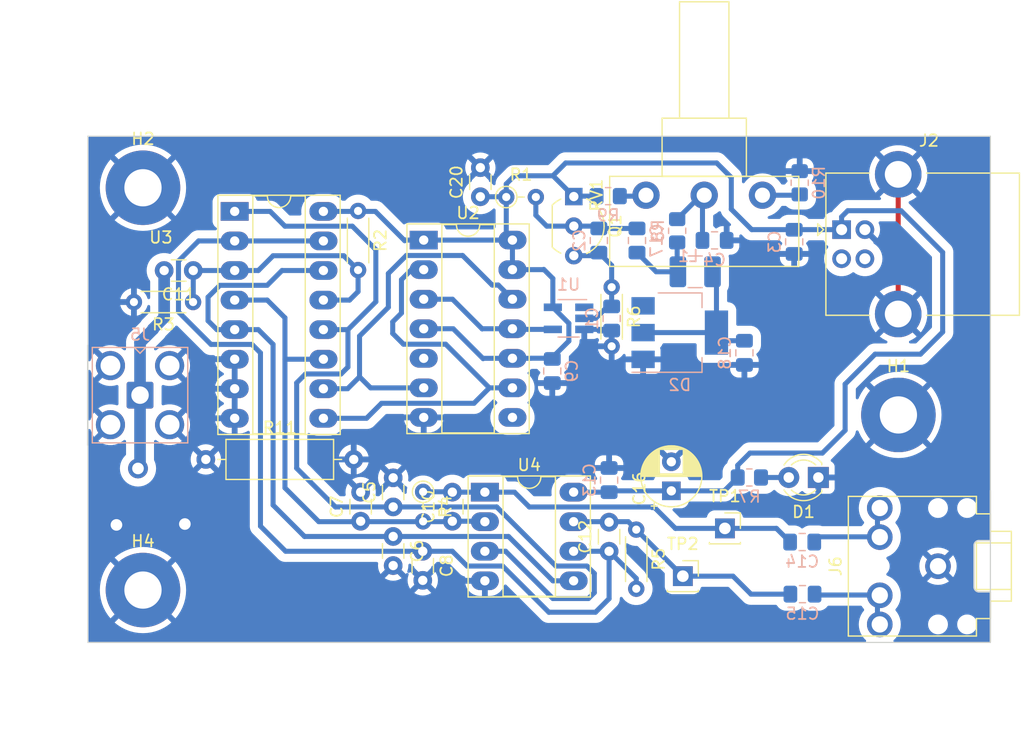
<source format=kicad_pcb>
(kicad_pcb (version 20221018) (generator pcbnew)
  (title_block (title "ZetaSDR") (date "2023-07-25") (company "HA3PB"))
  (layers (0 "F.Cu" signal) (31 "B.Cu" signal) (34 "B.Paste" user) (35 "F.Paste" user) (36 "B.SilkS" user "B.Silkscreen") (37 "F.SilkS" user "F.Silkscreen") (38 "B.Mask" user) (39 "F.Mask" user) (44 "Edge.Cuts" user))
  (net 0 "")
  (net 1 "VCC")
  (net 2 "GND")
  (net 3 "Net-(U3-X0)")
  (net 4 "Net-(U3-X1)")
  (net 5 "Net-(U3-X3)")
  (net 6 "Net-(U3-X2)")
  (net 7 "Net-(U3-X)")
  (net 8 "Net-(C14-Pad2)")
  (net 9 "Net-(C10-Pad2)")
  (net 10 "Net-(C15-Pad2)")
  (net 11 "Net-(C12-Pad2)")
  (net 12 "Net-(Q1-E)")
  (net 13 "Net-(Q1-B)")
  (net 14 "Net-(C17-Pad1)")
  (net 15 "Net-(U2A-D)")
  (net 16 "Net-(D2-K)")
  (net 17 "Net-(J5-In)")
  (net 20 "Net-(C4-Pad1)")
  (net 21 "Net-(D1-A)")
  (net 22 "Net-(U2A-C)")
  (net 23 "Net-(R9-Pad2)")
  (net 24 "Net-(R10-Pad1)")
  (net 26 "Net-(U2A-~{Q})")
  (footprint "Capacitor_THT:C_Disc_D3.0mm_W1.6mm_P2.50mm" (layer "F.Cu") (at 116.2 89.2 90)
    (fp_text reference "C20" (at 1.25 -2.05 90) (layer "F.SilkS"))
    (fp_text value "100n")
    (pad "1" thru_hole circle (at 0 0 90) (size 1.6 1.6) (drill 0.8) (layers "*.Cu" "*.Mask") (net 1 "VCC"))
    (pad "2" thru_hole circle (at 2.5 0 90) (size 1.6 1.6) (drill 0.8) (layers "*.Cu" "*.Mask") (net 2 "GND"))
  )
  (footprint "Resistor_THT:R_Axial_DIN0204_L3.6mm_D1.6mm_P5.08mm_Horizontal" (layer "F.Cu") (at 127.475 96.975 -90)
    (fp_text reference "R6" (at 2.54 -1.92 90) (layer "F.SilkS"))
    (fp_text value "380")
    (pad "1" thru_hole circle (at 0 0 270) (size 1.4 1.4) (drill 0.7) (layers "*.Cu" "*.Mask") (net 12 "Net-(Q1-E)"))
    (pad "2" thru_hole oval (at 5.08 0 270) (size 1.4 1.4) (drill 0.7) (layers "*.Cu" "*.Mask") (net 2 "GND"))
  )
  (footprint "Package_DIP:DIP-16_W7.62mm_Socket_LongPads" (layer "F.Cu") (at 95.102121 90.46)
    (fp_text reference "U3" (at -6.334 2.242) (layer "F.SilkS"))
    (fp_text value "4052")
    (pad "1" thru_hole rect (at 0 0) (size 2.4 1.6) (drill 0.8) (layers "*.Cu" "*.Mask") (net 3 "Net-(U3-X0)"))
    (pad "2" thru_hole oval (at 0 2.54) (size 2.4 1.6) (drill 0.8) (layers "*.Cu" "*.Mask") (net 6 "Net-(U3-X2)"))
    (pad "3" thru_hole oval (at 0 5.08) (size 2.4 1.6) (drill 0.8) (layers "*.Cu" "*.Mask") (net 7 "Net-(U3-X)"))
    (pad "4" thru_hole oval (at 0 7.62) (size 2.4 1.6) (drill 0.8) (layers "*.Cu" "*.Mask") (net 5 "Net-(U3-X3)"))
    (pad "5" thru_hole oval (at 0 10.16) (size 2.4 1.6) (drill 0.8) (layers "*.Cu" "*.Mask") (net 4 "Net-(U3-X1)"))
    (pad "6" thru_hole oval (at 0 12.7) (size 2.4 1.6) (drill 0.8) (layers "*.Cu" "*.Mask") (net 2 "GND"))
    (pad "7" thru_hole oval (at 0 15.24) (size 2.4 1.6) (drill 0.8) (layers "*.Cu" "*.Mask") (net 2 "GND"))
    (pad "8" thru_hole oval (at 0 17.78) (size 2.4 1.6) (drill 0.8) (layers "*.Cu" "*.Mask") (net 2 "GND"))
    (pad "9" thru_hole oval (at 7.62 17.78) (size 2.4 1.6) (drill 0.8) (layers "*.Cu" "*.Mask") (net 15 "Net-(U2A-D)"))
    (pad "10" thru_hole oval (at 7.62 15.24) (size 2.4 1.6) (drill 0.8) (layers "*.Cu" "*.Mask") (net 26 "Net-(U2A-~{Q})"))
    (pad "11" thru_hole oval (at 7.62 12.7) (size 2.4 1.6) (drill 0.8) (layers "*.Cu" "*.Mask") (net 5 "Net-(U3-X3)"))
    (pad "12" thru_hole oval (at 7.62 10.16) (size 2.4 1.6) (drill 0.8) (layers "*.Cu" "*.Mask") (net 3 "Net-(U3-X0)"))
    (pad "13" thru_hole oval (at 7.62 7.62) (size 2.4 1.6) (drill 0.8) (layers "*.Cu" "*.Mask") (net 7 "Net-(U3-X)"))
    (pad "14" thru_hole oval (at 7.62 5.08) (size 2.4 1.6) (drill 0.8) (layers "*.Cu" "*.Mask") (net 4 "Net-(U3-X1)"))
    (pad "15" thru_hole oval (at 7.62 2.54) (size 2.4 1.6) (drill 0.8) (layers "*.Cu" "*.Mask") (net 6 "Net-(U3-X2)"))
    (pad "16" thru_hole oval (at 7.62 0) (size 2.4 1.6) (drill 0.8) (layers "*.Cu" "*.Mask") (net 1 "VCC"))
  )
  (footprint "Capacitor_THT:CP_Radial_D5.0mm_P2.50mm" (layer "F.Cu") (at 132.6 114.475 90)
    (fp_text reference "C16" (at 0.205113 -2.75 90) (layer "F.SilkS"))
    (fp_text value "10u")
    (pad "1" thru_hole rect (at 0 0 90) (size 1.6 1.6) (drill 0.8) (layers "*.Cu" "*.Mask") (net 1 "VCC"))
    (pad "2" thru_hole circle (at 2.5 0 90) (size 1.6 1.6) (drill 0.8) (layers "*.Cu" "*.Mask") (net 2 "GND"))
  )
  (footprint "Connector_USB:USB_B_Lumberg_2411_02_Horizontal" (layer "F.Cu") (at 147.2225 92.026)
    (fp_text reference "J2" (at 7.5 -7.65) (layer "F.SilkS"))
    (fp_text value "USB_B")
    (pad "1" thru_hole rect (at 0 0 90) (size 1.6 1.6) (drill 0.95) (layers "*.Cu" "*.Mask") (net 1 "VCC"))
    (pad "2" thru_hole circle (at 0 2.5 90) (size 1.6 1.6) (drill 0.95) (layers "*.Cu" "*.Mask"))
    (pad "3" thru_hole circle (at 2 2.5 90) (size 1.6 1.6) (drill 0.95) (layers "*.Cu" "*.Mask"))
    (pad "4" thru_hole circle (at 2 0 90) (size 1.6 1.6) (drill 0.95) (layers "*.Cu" "*.Mask") (net 2 "GND"))
    (pad "5" thru_hole circle (at 4.86 -4.75 90) (size 4 4) (drill 2.3) (layers "*.Cu" "*.Mask") (net 2 "GND"))
    (pad "5" thru_hole circle (at 4.86 7.25 90) (size 4 4) (drill 2.3) (layers "*.Cu" "*.Mask") (net 2 "GND"))
  )
  (footprint "MountingHole:MountingHole_3.2mm_M3_Pad" (layer "F.Cu") (at 87.228121 123)
    (fp_text reference "H4" (at 0 -4.2) (layer "F.SilkS"))
    (fp_text value "MountingHole_Pad")
    (pad "1" thru_hole circle (at 0 0) (size 6.4 6.4) (drill 3.2) (layers "*.Cu" "*.Mask") (net 2 "GND"))
  )
  (footprint "Package_TO_SOT_THT:TO-92_Inline_Wide" (layer "F.Cu") (at 124.225 89.185 -90)
    (fp_text reference "Q1" (at 2.54 -3.56 -90) (layer "F.SilkS"))
    (fp_text value "BC547C")
    (pad "1" thru_hole rect (at 0 0 270) (size 1.5 1.5) (drill 0.8) (layers "*.Cu" "*.Mask") (net 1 "VCC"))
    (pad "2" thru_hole circle (at 2.54 0 270) (size 1.5 1.5) (drill 0.8) (layers "*.Cu" "*.Mask") (net 13 "Net-(Q1-B)"))
    (pad "3" thru_hole circle (at 5.08 0 270) (size 1.5 1.5) (drill 0.8) (layers "*.Cu" "*.Mask") (net 12 "Net-(Q1-E)"))
  )
  (footprint "MountingHole:MountingHole_3.2mm_M3_Pad" (layer "F.Cu") (at 87.228121 88.428)
    (fp_text reference "H2" (at 0 -4.2) (layer "F.SilkS"))
    (fp_text value "MountingHole_Pad")
    (pad "1" thru_hole circle (at 0 0) (size 6.4 6.4) (drill 3.2) (layers "*.Cu" "*.Mask") (net 2 "GND"))
  )
  (footprint "Package_DIP:DIP-14_W7.62mm_Socket_LongPads" (layer "F.Cu") (at 111.335 92.925)
    (fp_text reference "U2" (at 3.81 -2.33) (layer "F.SilkS"))
    (fp_text value "74HC74")
    (pad "1" thru_hole rect (at 0 0) (size 2.4 1.6) (drill 0.8) (layers "*.Cu" "*.Mask") (net 1 "VCC"))
    (pad "2" thru_hole oval (at 0 2.54) (size 2.4 1.6) (drill 0.8) (layers "*.Cu" "*.Mask") (net 15 "Net-(U2A-D)"))
    (pad "3" thru_hole oval (at 0 5.08) (size 2.4 1.6) (drill 0.8) (layers "*.Cu" "*.Mask") (net 22 "Net-(U2A-C)"))
    (pad "4" thru_hole oval (at 0 7.62) (size 2.4 1.6) (drill 0.8) (layers "*.Cu" "*.Mask") (net 1 "VCC"))
    (pad "5" thru_hole oval (at 0 10.16) (size 2.4 1.6) (drill 0.8) (layers "*.Cu" "*.Mask"))
    (pad "6" thru_hole oval (at 0 12.7) (size 2.4 1.6) (drill 0.8) (layers "*.Cu" "*.Mask") (net 26 "Net-(U2A-~{Q})"))
    (pad "7" thru_hole oval (at 0 15.24) (size 2.4 1.6) (drill 0.8) (layers "*.Cu" "*.Mask") (net 2 "GND"))
    (pad "8" thru_hole oval (at 7.62 15.24) (size 2.4 1.6) (drill 0.8) (layers "*.Cu" "*.Mask"))
    (pad "9" thru_hole oval (at 7.62 12.7) (size 2.4 1.6) (drill 0.8) (layers "*.Cu" "*.Mask") (net 15 "Net-(U2A-D)"))
    (pad "10" thru_hole oval (at 7.62 10.16) (size 2.4 1.6) (drill 0.8) (layers "*.Cu" "*.Mask") (net 1 "VCC"))
    (pad "11" thru_hole oval (at 7.62 7.62) (size 2.4 1.6) (drill 0.8) (layers "*.Cu" "*.Mask") (net 22 "Net-(U2A-C)"))
    (pad "12" thru_hole oval (at 7.62 5.08) (size 2.4 1.6) (drill 0.8) (layers "*.Cu" "*.Mask") (net 26 "Net-(U2A-~{Q})"))
    (pad "13" thru_hole oval (at 7.62 2.54) (size 2.4 1.6) (drill 0.8) (layers "*.Cu" "*.Mask") (net 1 "VCC"))
    (pad "14" thru_hole oval (at 7.62 0) (size 2.4 1.6) (drill 0.8) (layers "*.Cu" "*.Mask") (net 1 "VCC"))
  )
  (footprint "Capacitor_THT:C_Disc_D3.0mm_W1.6mm_P2.50mm" (layer "F.Cu") (at 108.714 118.395 -90)
    (fp_text reference "C6" (at 1.25 -2.05 90) (layer "F.SilkS"))
    (fp_text value "22n")
    (pad "1" thru_hole circle (at 0 0 270) (size 1.6 1.6) (drill 0.8) (layers "*.Cu" "*.Mask") (net 4 "Net-(U3-X1)"))
    (pad "2" thru_hole circle (at 2.5 0 270) (size 1.6 1.6) (drill 0.8) (layers "*.Cu" "*.Mask") (net 2 "GND"))
  )
  (footprint "Resistor_THT:R_Axial_DIN0204_L3.6mm_D1.6mm_P2.54mm_Vertical" (layer "F.Cu") (at 111.283879 114.555 -90)
    (fp_text reference "R4" (at 1.27 -1.92 -90) (layer "F.SilkS"))
    (fp_text value "5k1")
    (pad "1" thru_hole circle (at 0 0 270) (size 1.4 1.4) (drill 0.7) (layers "*.Cu" "*.Mask") (net 9 "Net-(C10-Pad2)"))
    (pad "2" thru_hole oval (at 2.54 0 270) (size 1.4 1.4) (drill 0.7) (layers "*.Cu" "*.Mask") (net 5 "Net-(U3-X3)"))
  )
  (footprint "Capacitor_THT:C_Disc_D3.0mm_W1.6mm_P2.50mm" (layer "F.Cu") (at 111.254 119.665 -90)
    (fp_text reference "C8" (at 1.25 -2.05 90) (layer "F.SilkS"))
    (fp_text value "22n")
    (pad "1" thru_hole circle (at 0 0 270) (size 1.6 1.6) (drill 0.8) (layers "*.Cu" "*.Mask") (net 6 "Net-(U3-X2)"))
    (pad "2" thru_hole circle (at 2.5 0 270) (size 1.6 1.6) (drill 0.8) (layers "*.Cu" "*.Mask") (net 2 "GND"))
  )
  (footprint "Resistor_THT:R_Axial_DIN0204_L3.6mm_D1.6mm_P5.08mm_Horizontal" (layer "F.Cu") (at 91.53 98.25 180)
    (fp_text reference "R3" (at 2.54 -1.92) (layer "F.SilkS"))
    (fp_text value "1k")
    (pad "1" thru_hole circle (at 0 0 180) (size 1.4 1.4) (drill 0.7) (layers "*.Cu" "*.Mask") (net 7 "Net-(U3-X)"))
    (pad "2" thru_hole oval (at 5.08 0 180) (size 1.4 1.4) (drill 0.7) (layers "*.Cu" "*.Mask") (net 2 "GND"))
  )
  (footprint "Capacitor_THT:C_Disc_D3.0mm_W1.6mm_P2.50mm" (layer "F.Cu") (at 105.92 117.085 90)
    (fp_text reference "C7" (at 1.25 -2.05 90) (layer "F.SilkS"))
    (fp_text value "22n")
    (pad "1" thru_hole circle (at 0 0 90) (size 1.6 1.6) (drill 0.8) (layers "*.Cu" "*.Mask") (net 5 "Net-(U3-X3)"))
    (pad "2" thru_hole circle (at 2.5 0 90) (size 1.6 1.6) (drill 0.8) (layers "*.Cu" "*.Mask") (net 2 "GND"))
  )
  (footprint "Resistor_THT:R_Axial_DIN0309_L9.0mm_D3.2mm_P12.70mm_Horizontal" (layer "F.Cu") (at 92.625 111.775)
    (fp_text reference "R11" (at 6.35 -2.72) (layer "F.SilkS"))
    (fp_text value "0")
    (pad "1" thru_hole circle (at 0 0) (size 1.6 1.6) (drill 0.8) (layers "*.Cu" "*.Mask") (net 2 "GND"))
    (pad "2" thru_hole oval (at 12.7 0) (size 1.6 1.6) (drill 0.8) (layers "*.Cu" "*.Mask") (net 2 "GND"))
  )
  (footprint "Resistor_THT:R_Axial_DIN0204_L3.6mm_D1.6mm_P2.54mm_Vertical" (layer "F.Cu") (at 118.425 89.225)
    (fp_text reference "R1" (at 1.27 -1.92) (layer "F.SilkS"))
    (fp_text value "100k")
    (pad "1" thru_hole circle (at 0 0) (size 1.4 1.4) (drill 0.7) (layers "*.Cu" "*.Mask") (net 1 "VCC"))
    (pad "2" thru_hole oval (at 2.54 0) (size 1.4 1.4) (drill 0.7) (layers "*.Cu" "*.Mask") (net 13 "Net-(Q1-B)"))
  )
  (footprint "Resistor_THT:R_Axial_DIN0204_L3.6mm_D1.6mm_P5.08mm_Horizontal" (layer "F.Cu") (at 129.588 117.805 -90)
    (fp_text reference "R5" (at 2.54 -1.92 -270) (layer "F.SilkS"))
    (fp_text value "5k1")
    (pad "1" thru_hole circle (at 0 0 270) (size 1.4 1.4) (drill 0.7) (layers "*.Cu" "*.Mask") (net 11 "Net-(C12-Pad2)"))
    (pad "2" thru_hole oval (at 5.08 0 270) (size 1.4 1.4) (drill 0.7) (layers "*.Cu" "*.Mask") (net 6 "Net-(U3-X2)"))
  )
  (footprint "Resistor_THT:R_Axial_DIN0204_L3.6mm_D1.6mm_P5.08mm_Horizontal" (layer "F.Cu") (at 105.7 90.42 -90)
    (fp_text reference "R2" (at 2.54 -1.92 90) (layer "F.SilkS"))
    (fp_text value "1k")
    (pad "1" thru_hole circle (at 0 0 270) (size 1.4 1.4) (drill 0.7) (layers "*.Cu" "*.Mask") (net 1 "VCC"))
    (pad "2" thru_hole oval (at 5.08 0 270) (size 1.4 1.4) (drill 0.7) (layers "*.Cu" "*.Mask") (net 7 "Net-(U3-X)"))
  )
  (footprint "Capacitor_THT:C_Disc_D3.0mm_W1.6mm_P2.50mm" (layer "F.Cu") (at 91.546121 95.54 180)
    (fp_text reference "C11" (at 1.25 -2.05) (layer "F.SilkS"))
    (fp_text value "330p")
    (pad "1" thru_hole circle (at 0 0 180) (size 1.6 1.6) (drill 0.8) (layers "*.Cu" "*.Mask") (net 7 "Net-(U3-X)"))
    (pad "2" thru_hole circle (at 2.5 0 180) (size 1.6 1.6) (drill 0.8) (layers "*.Cu" "*.Mask") (net 17 "Net-(J5-In)"))
  )
  (footprint "Package_DIP:DIP-8_W7.62mm_Socket_LongPads" (layer "F.Cu") (at 116.588 114.585)
    (fp_text reference "U4" (at 3.81 -2.33) (layer "F.SilkS"))
    (fp_text value "NE5532")
    (pad "1" thru_hole rect (at 0 0) (size 2.4 1.6) (drill 0.8) (layers "*.Cu" "*.Mask") (net 9 "Net-(C10-Pad2)"))
    (pad "2" thru_hole oval (at 0 2.54) (size 2.4 1.6) (drill 0.8) (layers "*.Cu" "*.Mask") (net 5 "Net-(U3-X3)"))
    (pad "3" thru_hole oval (at 0 5.08) (size 2.4 1.6) (drill 0.8) (layers "*.Cu" "*.Mask") (net 3 "Net-(U3-X0)"))
    (pad "4" thru_hole oval (at 0 7.62) (size 2.4 1.6) (drill 0.8) (layers "*.Cu" "*.Mask") (net 2 "GND"))
    (pad "5" thru_hole oval (at 7.62 7.62) (size 2.4 1.6) (drill 0.8) (layers "*.Cu" "*.Mask") (net 4 "Net-(U3-X1)"))
    (pad "6" thru_hole oval (at 7.62 5.08) (size 2.4 1.6) (drill 0.8) (layers "*.Cu" "*.Mask") (net 6 "Net-(U3-X2)"))
    (pad "7" thru_hole oval (at 7.62 2.54) (size 2.4 1.6) (drill 0.8) (layers "*.Cu" "*.Mask") (net 11 "Net-(C12-Pad2)"))
    (pad "8" thru_hole oval (at 7.62 0) (size 2.4 1.6) (drill 0.8) (layers "*.Cu" "*.Mask") (net 1 "VCC"))
  )
  (footprint "MountingHole:MountingHole_3.2mm_M3_Pad" (layer "F.Cu") (at 152.1 107.95)
    (fp_text reference "H1" (at 0 -4.2) (layer "F.SilkS"))
    (fp_text value "MountingHole_Pad")
    (pad "1" thru_hole circle (at 0 0) (size 6.4 6.4) (drill 3.2) (layers "*.Cu" "*.Mask") (net 2 "GND"))
  )
  (footprint "Potentiometer_THT:Potentiometer_Piher_T-16H_Single_Horizontal" (layer "F.Cu") (at 140.425 89.06875 90)
    (fp_text reference "RV1" (at 0 -14.25 90) (layer "F.SilkS"))
    (fp_text value "50k")
    (pad "1" thru_hole circle (at 0 0 90) (size 2.34 2.34) (drill 1.3) (layers "*.Cu" "*.Mask") (net 24 "Net-(R10-Pad1)"))
    (pad "2" thru_hole circle (at 0 -5 90) (size 2.34 2.34) (drill 1.3) (layers "*.Cu" "*.Mask") (net 20 "Net-(C4-Pad1)"))
    (pad "3" thru_hole circle (at 0 -10 90) (size 2.34 2.34) (drill 1.3) (layers "*.Cu" "*.Mask") (net 23 "Net-(R9-Pad2)"))
  )
  (footprint "Capacitor_THT:C_Disc_D3.0mm_W1.6mm_P2.50mm" (layer "F.Cu") (at 108.714 115.855 90)
    (fp_text reference "C5" (at 1.25 -2.05 90) (layer "F.SilkS"))
    (fp_text value "22n")
    (pad "1" thru_hole circle (at 0 0 90) (size 1.6 1.6) (drill 0.8) (layers "*.Cu" "*.Mask") (net 3 "Net-(U3-X0)"))
    (pad "2" thru_hole circle (at 2.5 0 90) (size 1.6 1.6) (drill 0.8) (layers "*.Cu" "*.Mask") (net 2 "GND"))
  )
  (footprint "Capacitor_THT:C_Disc_D3.0mm_W1.6mm_P2.50mm" (layer "F.Cu") (at 127.256 119.665 90)
    (fp_text reference "C12" (at 1.25 -2.05 90) (layer "F.SilkS"))
    (fp_text value "330p")
    (pad "1" thru_hole circle (at 0 0 90) (size 1.6 1.6) (drill 0.8) (layers "*.Cu" "*.Mask") (net 6 "Net-(U3-X2)"))
    (pad "2" thru_hole circle (at 2.5 0 90) (size 1.6 1.6) (drill 0.8) (layers "*.Cu" "*.Mask") (net 11 "Net-(C12-Pad2)"))
  )
  (footprint "Connector_Audio:Jack_3.5mm_CUI_SJ1-3525N_Horizontal" (layer "F.Cu") (at 155.5 120.95 90)
    (fp_text reference "J6" (at 0 -8.8 90) (layer "F.SilkS"))
    (fp_text value "AudioJack3_SwitchTR")
    (fp_line (start -2.2 3.5) (end -2.2 4.5) (stroke (width 0.12)) (layer "Edge.Cuts"))
    (fp_line (start -2.2 4.5) (end -6.5 4.5) (stroke (width 0.12)) (layer "Edge.Cuts"))
    (fp_line (start 1.8 3.1) (end -1.8 3.1) (stroke (width 0.12)) (layer "Edge.Cuts"))
    (fp_line (start 2.2 3.5) (end 2.2 4.5) (stroke (width 0.12)) (layer "Edge.Cuts"))
    (fp_line (start 2.2 4.5) (end 6.5 4.5) (stroke (width 0.12)) (layer "Edge.Cuts"))
    (fp_arc (start -2.2 3.5) (mid -2.082842 3.217158) (end -1.8 3.1) (stroke (width 0.12)) (layer "Edge.Cuts"))
    (fp_arc (start 1.8 3.1) (mid 2.082843 3.217157) (end 2.2 3.5) (stroke (width 0.12)) (layer "Edge.Cuts"))
    (pad "" np_thru_hole circle (at -5 0 90) (size 1.2 1.2) (drill 1.2) (layers "*.Cu"))
    (pad "" np_thru_hole circle (at -5 2.5 90) (size 1.2 1.2) (drill 1.2) (layers "*.Cu"))
    (pad "" np_thru_hole circle (at 0 -5 90) (size 1.2 1.2) (drill 1.2) (layers "*.Cu"))
    (pad "" np_thru_hole circle (at 5 0 90) (size 1.2 1.2) (drill 1.2) (layers "*.Cu"))
    (pad "" np_thru_hole circle (at 5 2.5 90) (size 1.2 1.2) (drill 1.2) (layers "*.Cu"))
    (pad "R" thru_hole circle (at -5 -5 90) (size 2.2 2.2) (drill 1.4) (layers "*.Cu" "*.Mask") (net 10 "Net-(C15-Pad2)"))
    (pad "RN" thru_hole circle (at -2.5 -5 90) (size 2.2 2.2) (drill 1.4) (layers "*.Cu" "*.Mask") (net 10 "Net-(C15-Pad2)"))
    (pad "S" thru_hole circle (at 0 0 90) (size 2.2 2.2) (drill 1.4) (layers "*.Cu" "*.Mask") (net 2 "GND"))
    (pad "T" thru_hole circle (at 5 -5 270) (size 2.2 2.2) (drill 1.4) (layers "*.Cu" "*.Mask") (net 8 "Net-(C14-Pad2)"))
    (pad "TN" thru_hole circle (at 2.5 -5 270) (size 2.2 2.2) (drill 1.4) (layers "*.Cu" "*.Mask") (net 8 "Net-(C14-Pad2)"))
  )
  (footprint "Connector_PinSocket_2.54mm:PinSocket_1x01_P2.54mm_Vertical" (layer "F.Cu") (at 137.2 117.7)
    (fp_text reference "TP1" (at 0 -2.77) (layer "F.SilkS"))
    (fp_text value "TestPoint_Alt")
    (pad "1" thru_hole rect (at 0 0) (size 1.7 1.7) (drill 1) (layers "*.Cu" "*.Mask") (net 9 "Net-(C10-Pad2)"))
  )
  (footprint "LED_THT:LED_D3.0mm" (layer "F.Cu") (at 145.225 113.325 180)
    (fp_text reference "D1" (at 1.27 -2.96) (layer "F.SilkS"))
    (fp_text value "LED")
    (pad "1" thru_hole rect (at 0 0 180) (size 1.8 1.8) (drill 0.9) (layers "*.Cu" "*.Mask") (net 2 "GND"))
    (pad "2" thru_hole circle (at 2.54 0 180) (size 1.8 1.8) (drill 0.9) (layers "*.Cu" "*.Mask") (net 21 "Net-(D1-A)"))
  )
  (footprint "Capacitor_THT:C_Disc_D3.0mm_W1.6mm_P2.50mm" (layer "F.Cu") (at 113.794 117.085 90)
    (fp_text reference "C10" (at 1.25 -2.05 90) (layer "F.SilkS"))
    (fp_text value "330p")
    (pad "1" thru_hole circle (at 0 0 90) (size 1.6 1.6) (drill 0.8) (layers "*.Cu" "*.Mask") (net 5 "Net-(U3-X3)"))
    (pad "2" thru_hole circle (at 2.5 0 90) (size 1.6 1.6) (drill 0.8) (layers "*.Cu" "*.Mask") (net 9 "Net-(C10-Pad2)"))
  )
  (footprint "Connector_PinSocket_2.54mm:PinSocket_1x01_P2.54mm_Vertical" (layer "F.Cu") (at 133.588 121.805)
    (fp_text reference "TP2" (at 0 -2.77) (layer "F.SilkS"))
    (fp_text value "TestPoint_Alt")
    (pad "1" thru_hole rect (at 0 0) (size 1.7 1.7) (drill 1) (layers "*.Cu" "*.Mask") (net 11 "Net-(C12-Pad2)"))
  )
  (footprint "Capacitor_SMD:C_0805_2012Metric_Pad1.18x1.45mm_HandSolder" (layer "B.Cu") (at 143.8375 118.875)
    (fp_text reference "C14" (at 0 1.68) (layer "B.SilkS") (effects (justify mirror)))
    (fp_text value "2u2")
    (pad "1" smd roundrect (at -1.0375 0) (size 1.175 1.45) (layers "B.Cu" "B.Paste" "B.Mask") (roundrect_rratio 0.212766) (net 9 "Net-(C10-Pad2)"))
    (pad "2" smd roundrect (at 1.0375 0) (size 1.175 1.45) (layers "B.Cu" "B.Paste" "B.Mask") (roundrect_rratio 0.212766) (net 8 "Net-(C14-Pad2)"))
  )
  (footprint "Resistor_SMD:R_0805_2012Metric_Pad1.20x1.40mm_HandSolder" (layer "B.Cu") (at 143.625 88 90)
    (fp_text reference "R10" (at 0 1.65 90) (layer "B.SilkS") (effects (justify mirror)))
    (fp_text value "4k7")
    (pad "1" smd roundrect (at -1 0 90) (size 1.2 1.4) (layers "B.Cu" "B.Paste" "B.Mask") (roundrect_rratio 0.208333) (net 24 "Net-(R10-Pad1)"))
    (pad "2" smd roundrect (at 1 0 90) (size 1.2 1.4) (layers "B.Cu" "B.Paste" "B.Mask") (roundrect_rratio 0.208333) (net 2 "GND"))
  )
  (footprint "Connector_Coaxial:SMA_Amphenol_901-143_Horizontal" (layer "B.Cu") (at 86.975 106.25 -90)
    (fp_text reference "J5" (at -5.2 0) (layer "B.SilkS") (effects (justify mirror)))
    (fp_text value "Antenna")
    (fp_line (start 4.3 4.5) (end -4.3 4.5) (stroke (width 0.1)) (layer "Edge.Cuts"))
    (pad "1" thru_hole roundrect (at 0 0 270) (size 2.3 2.3) (drill 1.5) (layers "*.Cu" "*.Mask") (roundrect_rratio 0.087) (net 17 "Net-(J5-In)"))
    (pad "2" thru_hole circle (at -2.54 -2.54 270) (size 2.5 2.5) (drill 1.7) (layers "*.Cu" "*.Mask") (net 2 "GND"))
    (pad "2" thru_hole circle (at -2.54 2.54 270) (size 2.5 2.5) (drill 1.7) (layers "*.Cu" "*.Mask") (net 2 "GND"))
    (pad "2" thru_hole circle (at 2.54 -2.54 270) (size 2.5 2.5) (drill 1.7) (layers "*.Cu" "*.Mask") (net 2 "GND"))
    (pad "2" thru_hole circle (at 2.54 2.54 270) (size 2.5 2.5) (drill 1.7) (layers "*.Cu" "*.Mask") (net 2 "GND"))
  )
  (footprint "Resistor_SMD:R_0805_2012Metric_Pad1.20x1.40mm_HandSolder" (layer "B.Cu") (at 133.1 92.125 -90)
    (fp_text reference "R8" (at 0 1.65 90) (layer "B.SilkS") (effects (justify mirror)))
    (fp_text value "100k")
    (pad "1" smd roundrect (at -1 0 270) (size 1.2 1.4) (layers "B.Cu" "B.Paste" "B.Mask") (roundrect_rratio 0.208333) (net 20 "Net-(C4-Pad1)"))
    (pad "2" smd roundrect (at 1 0 270) (size 1.2 1.4) (layers "B.Cu" "B.Paste" "B.Mask") (roundrect_rratio 0.208333) (net 14 "Net-(C17-Pad1)"))
  )
  (footprint "Resistor_SMD:R_0805_2012Metric_Pad1.20x1.40mm_HandSolder" (layer "B.Cu") (at 139.3 113.325)
    (fp_text reference "R7" (at 0 1.65) (layer "B.SilkS") (effects (justify mirror)))
    (fp_text value "1k")
    (pad "1" smd roundrect (at -1 0) (size 1.2 1.4) (layers "B.Cu" "B.Paste" "B.Mask") (roundrect_rratio 0.2083333333) (net 1 "VCC"))
    (pad "2" smd roundrect (at 1 0) (size 1.2 1.4) (layers "B.Cu" "B.Paste" "B.Mask") (roundrect_rratio 0.2083333333) (net 21 "Net-(D1-A)"))
  )
  (footprint "Capacitor_SMD:C_0805_2012Metric_Pad1.18x1.45mm_HandSolder" (layer "B.Cu") (at 122.375 104.175 90)
    (fp_text reference "C9" (at 0 1.68 90) (layer "B.SilkS") (effects (justify mirror)))
    (fp_text value "100n")
    (pad "1" smd roundrect (at -1.0375 0 90) (size 1.175 1.45) (layers "B.Cu" "B.Paste" "B.Mask") (roundrect_rratio 0.2127659574) (net 2 "GND"))
    (pad "2" smd roundrect (at 1.0375 0 90) (size 1.175 1.45) (layers "B.Cu" "B.Paste" "B.Mask") (roundrect_rratio 0.2127659574) (net 1 "VCC"))
  )
  (footprint "Capacitor_SMD:C_0805_2012Metric_Pad1.18x1.45mm_HandSolder" (layer "B.Cu") (at 129.65 92.9625 90)
    (fp_text reference "C17" (at 0 1.68 90) (layer "B.SilkS") (effects (justify mirror)))
    (fp_text value "100n")
    (pad "1" smd roundrect (at -1.0375 0 90) (size 1.175 1.45) (layers "B.Cu" "B.Paste" "B.Mask") (roundrect_rratio 0.212766) (net 14 "Net-(C17-Pad1)"))
    (pad "2" smd roundrect (at 1.0375 0 90) (size 1.175 1.45) (layers "B.Cu" "B.Paste" "B.Mask") (roundrect_rratio 0.212766) (net 13 "Net-(Q1-B)"))
  )
  (footprint "Capacitor_SMD:C_0805_2012Metric_Pad1.18x1.45mm_HandSolder" (layer "B.Cu") (at 127.475 99.6625 -90)
    (fp_text reference "C1" (at 0 1.68 90) (layer "B.SilkS") (effects (justify mirror)))
    (fp_text value "82p")
    (pad "1" smd roundrect (at -1.0375 0 270) (size 1.175 1.45) (layers "B.Cu" "B.Paste" "B.Mask") (roundrect_rratio 0.212766) (net 12 "Net-(Q1-E)"))
    (pad "2" smd roundrect (at 1.0375 0 270) (size 1.175 1.45) (layers "B.Cu" "B.Paste" "B.Mask") (roundrect_rratio 0.212766) (net 2 "GND"))
  )
  (footprint "Capacitor_SMD:C_0805_2012Metric_Pad1.18x1.45mm_HandSolder" (layer "B.Cu") (at 143.15 93.075 -90)
    (fp_text reference "C3" (at 0 1.68 90) (layer "B.SilkS") (effects (justify mirror)))
    (fp_text value "100n")
    (pad "1" smd roundrect (at -1.0375 0 270) (size 1.175 1.45) (layers "B.Cu" "B.Paste" "B.Mask") (roundrect_rratio 0.2127659574) (net 1 "VCC"))
    (pad "2" smd roundrect (at 1.0375 0 270) (size 1.175 1.45) (layers "B.Cu" "B.Paste" "B.Mask") (roundrect_rratio 0.2127659574) (net 2 "GND"))
  )
  (footprint "Capacitor_SMD:C_0805_2012Metric_Pad1.18x1.45mm_HandSolder" (layer "B.Cu") (at 127.256 113.5475 -90)
    (fp_text reference "C13" (at 0 1.68 -270) (layer "B.SilkS") (effects (justify mirror)))
    (fp_text value "100n")
    (pad "1" smd roundrect (at -1.0375 0 270) (size 1.175 1.45) (layers "B.Cu" "B.Paste" "B.Mask") (roundrect_rratio 0.2127659574) (net 2 "GND"))
    (pad "2" smd roundrect (at 1.0375 0 270) (size 1.175 1.45) (layers "B.Cu" "B.Paste" "B.Mask") (roundrect_rratio 0.2127659574) (net 1 "VCC"))
  )
  (footprint "Capacitor_SMD:C_0805_2012Metric_Pad1.18x1.45mm_HandSolder" (layer "B.Cu") (at 126.375 92.9625 -90)
    (fp_text reference "C2" (at 0 1.68 90) (layer "B.SilkS") (effects (justify mirror)))
    (fp_text value "82p")
    (pad "1" smd roundrect (at -1.0375 0 270) (size 1.175 1.45) (layers "B.Cu" "B.Paste" "B.Mask") (roundrect_rratio 0.212766) (net 13 "Net-(Q1-B)"))
    (pad "2" smd roundrect (at 1.0375 0 270) (size 1.175 1.45) (layers "B.Cu" "B.Paste" "B.Mask") (roundrect_rratio 0.212766) (net 12 "Net-(Q1-E)"))
  )
  (footprint "Capacitor_SMD:C_0805_2012Metric_Pad1.18x1.45mm_HandSolder" (layer "B.Cu") (at 136.3125 92.95)
    (fp_text reference "C4" (at 0 1.68) (layer "B.SilkS") (effects (justify mirror)))
    (fp_text value "100n")
    (pad "1" smd roundrect (at -1.0375 0) (size 1.175 1.45) (layers "B.Cu" "B.Paste" "B.Mask") (roundrect_rratio 0.212766) (net 20 "Net-(C4-Pad1)"))
    (pad "2" smd roundrect (at 1.0375 0) (size 1.175 1.45) (layers "B.Cu" "B.Paste" "B.Mask") (roundrect_rratio 0.212766) (net 2 "GND"))
  )
  (footprint "Capacitor_SMD:C_0805_2012Metric_Pad1.18x1.45mm_HandSolder" (layer "B.Cu") (at 138.875 102.6125 -90)
    (fp_text reference "C18" (at 0 1.68 90) (layer "B.SilkS") (effects (justify mirror)))
    (fp_text value "DNP")
    (pad "1" smd roundrect (at -1.0375 0 270) (size 1.175 1.45) (layers "B.Cu" "B.Paste" "B.Mask") (roundrect_rratio 0.212766) (net 16 "Net-(D2-K)"))
    (pad "2" smd roundrect (at 1.0375 0 270) (size 1.175 1.45) (layers "B.Cu" "B.Paste" "B.Mask") (roundrect_rratio 0.212766) (net 2 "GND"))
  )
  (footprint "Package_TO_SOT_SMD:SOT-23-5_HandSoldering" (layer "B.Cu") (at 123.775 99.65 180)
    (fp_text reference "U1" (at 0 2.9) (layer "B.SilkS") (effects (justify mirror)))
    (fp_text value "74AHC1G04")
    (pad "1" smd rect (at -1.35 0.95 180) (size 1.56 0.65) (layers "B.Cu" "B.Paste" "B.Mask"))
    (pad "2" smd rect (at -1.35 0 180) (size 1.56 0.65) (layers "B.Cu" "B.Paste" "B.Mask") (net 12 "Net-(Q1-E)"))
    (pad "3" smd rect (at -1.35 -0.95 180) (size 1.56 0.65) (layers "B.Cu" "B.Paste" "B.Mask") (net 2 "GND"))
    (pad "4" smd rect (at 1.35 -0.95 180) (size 1.56 0.65) (layers "B.Cu" "B.Paste" "B.Mask") (net 22 "Net-(U2A-C)"))
    (pad "5" smd rect (at 1.35 0.95 180) (size 1.56 0.65) (layers "B.Cu" "B.Paste" "B.Mask") (net 1 "VCC"))
  )
  (footprint "Inductor_SMD:L_1210_3225Metric_Pad1.42x2.65mm_HandSolder" (layer "B.Cu") (at 134.65 95.65)
    (fp_text reference "L1" (at -0.602064 -1.36) (layer "B.SilkS") (effects (justify mirror)))
    (fp_text value "4u7")
    (pad "1" smd roundrect (at -1.4875 0) (size 1.425 2.65) (layers "B.Cu" "B.Paste" "B.Mask") (roundrect_rratio 0.175439) (net 14 "Net-(C17-Pad1)"))
    (pad "2" smd roundrect (at 1.4875 0) (size 1.425 2.65) (layers "B.Cu" "B.Paste" "B.Mask") (roundrect_rratio 0.175439) (net 16 "Net-(D2-K)"))
  )
  (footprint "Capacitor_SMD:C_0805_2012Metric_Pad1.18x1.45mm_HandSolder" (layer "B.Cu") (at 143.8625 123.35)
    (fp_text reference "C15" (at 0 1.68) (layer "B.SilkS") (effects (justify mirror)))
    (fp_text value "2u2")
    (pad "1" smd roundrect (at -1.0375 0) (size 1.175 1.45) (layers "B.Cu" "B.Paste" "B.Mask") (roundrect_rratio 0.212766) (net 11 "Net-(C12-Pad2)"))
    (pad "2" smd roundrect (at 1.0375 0) (size 1.175 1.45) (layers "B.Cu" "B.Paste" "B.Mask") (roundrect_rratio 0.212766) (net 10 "Net-(C15-Pad2)"))
  )
  (footprint "Package_TO_SOT_SMD:SOT-223-3_TabPin2" (layer "B.Cu") (at 133.325 100.875)
    (fp_text reference "D2" (at 0 4.5) (layer "B.SilkS") (effects (justify mirror)))
    (fp_text value "mv7404")
    (pad "1" smd rect (at -3.15 2.3) (size 2 1.5) (layers "B.Cu" "B.Paste" "B.Mask") (net 2 "GND"))
    (pad "2" smd rect (at -3.15 0) (size 2 1.5) (layers "B.Cu" "B.Paste" "B.Mask") (net 16 "Net-(D2-K)"))
    (pad "2" smd rect (at 3.15 0) (size 2 3.8) (layers "B.Cu" "B.Paste" "B.Mask") (net 16 "Net-(D2-K)"))
    (pad "3" smd rect (at -3.15 -2.3) (size 2 1.5) (layers "B.Cu" "B.Paste" "B.Mask"))
  )
  (footprint "Resistor_SMD:R_0805_2012Metric_Pad1.20x1.40mm_HandSolder" (layer "B.Cu") (at 127.175 89.15)
    (fp_text reference "R9" (at 0 1.65) (layer "B.SilkS") (effects (justify mirror)))
    (fp_text value "4k7")
    (pad "1" smd roundrect (at -1 0) (size 1.2 1.4) (layers "B.Cu" "B.Paste" "B.Mask") (roundrect_rratio 0.208333) (net 1 "VCC"))
    (pad "2" smd roundrect (at 1 0) (size 1.2 1.4) (layers "B.Cu" "B.Paste" "B.Mask") (roundrect_rratio 0.208333) (net 23 "Net-(R9-Pad2)"))
  )
  (gr_line (start 160 127.5) (end 82.5 127.5) (stroke (width 0.1)) (layer "Edge.Cuts"))
  (gr_line (start 160 84) (end 160 127.5) (stroke (width 0.1)) (layer "Edge.Cuts"))
  (gr_line (start 82.5 127.5) (end 82.5 84) (stroke (width 0.1)) (layer "Edge.Cuts"))
  (gr_line (start 82.5 84) (end 160 84) (stroke (width 0.1)) (layer "Edge.Cuts"))
  (segment (start 123.8 100.075) (end 123.8 101.6) (width 0.4318) (layer "B.Cu") (net 1))
  (segment (start 145.575 111.225) (end 147.525 109.275) (width 0.4318) (layer "B.Cu") (net 1))
  (segment (start 111.335 100.545) (end 113.87 100.545) (width 0.4318) (layer "B.Cu") (net 1))
  (segment (start 122.425 87.4) (end 119.125 87.4) (width 0.4318) (layer "B.Cu") (net 1))
  (segment (start 155.9 100.825) (end 155.9 93.975) (width 0.4318) (layer "B.Cu") (net 1))
  (segment (start 138.3 113.325) (end 138.3 112.275) (width 0.4318) (layer "B.Cu") (net 1))
  (segment (start 120.545 103.075) (end 120.535 103.085) (width 0.4318) (layer "B.Cu") (net 1))
  (segment (start 122.325 103.075) (end 120.545 103.075) (width 0.4318) (layer "B.Cu") (net 1))
  (segment (start 102.722121 90.46) (end 107.185 90.46) (width 0.4318) (layer "B.Cu") (net 1))
  (segment (start 120.535 103.085) (end 118.955 103.085) (width 0.4318) (layer "B.Cu") (net 1))
  (segment (start 147.525 105.3) (end 150.1 102.725) (width 0.4318) (layer "B.Cu") (net 1))
  (segment (start 118.425 88.1) (end 118.425 89.225) (width 0.4318) (layer "B.Cu") (net 1))
  (segment (start 147.525 109.275) (end 147.525 105.3) (width 0.4318) (layer "B.Cu") (net 1))
  (segment (start 124.225 89.185) (end 122.44 87.4) (width 0.4318) (layer "B.Cu") (net 1))
  (segment (start 118.425 92.395) (end 118.955 92.925) (width 0.4318) (layer "B.Cu") (net 1))
  (segment (start 147.2225 90.9275) (end 147.2225 92.026) (width 0.4318) (layer "B.Cu") (net 1))
  (segment (start 118.4 89.2) (end 118.425 89.225) (width 0.4318) (layer "B.Cu") (net 1))
  (segment (start 138.3 112.275) (end 139.35 111.225) (width 0.4318) (layer "B.Cu") (net 1))
  (segment (start 147.2225 92.026) (end 139.501 92.026) (width 0.4318) (layer "B.Cu") (net 1))
  (segment (start 111.335 92.925) (end 118.955 92.925) (width 0.4318) (layer "B.Cu") (net 1))
  (segment (start 137.15 114.475) (end 138.3 113.325) (width 0.4318) (layer "B.Cu") (net 1))
  (segment (start 122.425 96.225) (end 121.65 95.45) (width 0.4318) (layer "B.Cu") (net 1))
  (segment (start 127.256 114.585) (end 124.208 114.585) (width 0.4318) (layer "B.Cu") (net 1))
  (segment (start 118.425 89.225) (end 118.425 92.395) (width 0.4318) (layer "B.Cu") (net 1))
  (segment (start 118.955 95.465) (end 118.955 92.925) (width 0.4318) (layer "B.Cu") (net 1))
  (segment (start 127.366 114.475) (end 132.6 114.475) (width 0.4318) (layer "B.Cu") (net 1))
  (segment (start 152.325 90.4) (end 147.75 90.4) (width 0.4318) (layer "B.Cu") (net 1))
  (segment (start 137.75 87.55) (end 136.5 86.3) (width 0.4318) (layer "B.Cu") (net 1))
  (segment (start 124.26 89.15) (end 124.225 89.185) (width 0.4318) (layer "B.Cu") (net 1))
  (segment (start 107.185 90.46) (end 109.7 92.975) (width 0.4318) (layer "B.Cu") (net 1))
  (segment (start 154 102.725) (end 155.9 100.825) (width 0.4318) (layer "B.Cu") (net 1))
  (segment (start 121.65 95.45) (end 121.635 95.465) (width 0.4318) (layer "B.Cu") (net 1))
  (segment (start 137.75 90.275) (end 137.75 87.55) (width 0.4318) (layer "B.Cu") (net 1))
  (segment (start 155.9 93.975) (end 152.325 90.4) (width 0.4318) (layer "B.Cu") (net 1))
  (segment (start 123.8 101.6) (end 122.325 103.075) (width 0.4318) (layer "B.Cu") (net 1))
  (segment (start 122.44 87.4) (end 122.425 87.4) (width 0.4318) (layer "B.Cu") (net 1))
  (segment (start 116.46 103.085) (end 118.955 103.085) (width 0.4318) (layer "B.Cu") (net 1))
  (segment (start 119.125 87.4) (end 118.425 88.1) (width 0.4318) (layer "B.Cu") (net 1))
  (segment (start 147.75 90.4) (end 147.2225 90.9275) (width 0.4318) (layer "B.Cu") (net 1))
  (segment (start 122.425 98.7) (end 123.8 100.075) (width 0.4318) (layer "B.Cu") (net 1))
  (segment (start 116.2 89.2) (end 118.4 89.2) (width 0.4318) (layer "B.Cu") (net 1))
  (segment (start 109.75 92.925) (end 111.335 92.925) (width 0.4318) (layer "B.Cu") (net 1))
  (segment (start 139.35 111.225) (end 145.575 111.225) (width 0.4318) (layer "B.Cu") (net 1))
  (segment (start 150.1 102.725) (end 154 102.725) (width 0.4318) (layer "B.Cu") (net 1))
  (segment (start 121.635 95.465) (end 118.955 95.465) (width 0.4318) (layer "B.Cu") (net 1))
  (segment (start 132.6 114.475) (end 137.15 114.475) (width 0.4318) (layer "B.Cu") (net 1))
  (segment (start 126.175 89.15) (end 124.26 89.15) (width 0.4318) (layer "B.Cu") (net 1))
  (segment (start 109.7 92.975) (end 109.75 92.925) (width 0.4318) (layer "B.Cu") (net 1))
  (segment (start 116.435 103.11) (end 116.46 103.085) (width 0.4318) (layer "B.Cu") (net 1))
  (segment (start 136.5 86.3) (end 123.525 86.3) (width 0.4318) (layer "B.Cu") (net 1))
  (segment (start 139.501 92.026) (end 137.75 90.275) (width 0.4318) (layer "B.Cu") (net 1))
  (segment (start 122.425 98.7) (end 122.425 96.225) (width 0.4318) (layer "B.Cu") (net 1))
  (segment (start 123.525 86.3) (end 122.425 87.4) (width 0.4318) (layer "B.Cu") (net 1))
  (segment (start 113.87 100.545) (end 116.435 103.11) (width 0.4318) (layer "B.Cu") (net 1))
  (segment (start 152.0825 87.276) (end 152.0825 99.276) (width 0.4318) (layer "F.Cu") (net 2))
  (via (at 84.95 117.4) (size 1.8) (drill 1) (layers "F.Cu" "B.Cu") (net 2))
  (via (at 90.825 117.325) (size 1.8) (drill 1) (layers "F.Cu" "B.Cu") (net 2))
  (segment (start 125.125 102.025) (end 125.3 102.2) (width 0.4318) (layer "B.Cu") (net 2))
  (segment (start 125.125 100.6) (end 127.375 100.6) (width 0.4318) (layer "B.Cu") (net 2))
  (segment (start 125.3 102.2) (end 125.445 102.055) (width 0.4318) (layer "B.Cu") (net 2))
  (segment (start 125.125 100.6) (end 125.125 102.025) (width 0.4318) (layer "B.Cu") (net 2))
  (segment (start 127.375 100.6) (end 127.475 100.7) (width 0.4318) (layer "B.Cu") (net 2))
  (segment (start 95.102121 105.7) (end 95.102121 108.24) (width 0.4318) (layer "B.Cu") (net 2))
  (segment (start 95.102121 103.16) (end 95.102121 105.7) (width 0.4318) (layer "B.Cu") (net 2))
  (segment (start 125.445 102.055) (end 127.475 102.055) (width 0.4318) (layer "B.Cu") (net 2))
  (segment (start 100.426121 105.192) (end 100.426121 112.531121) (width 0.4318) (layer "B.Cu") (net 3))
  (segment (start 122.684 120.935) (end 125.351 120.935) (width 0.4318) (layer "B.Cu") (net 3))
  (segment (start 104.83 100.62) (end 104.83 103.836121) (width 0.4318) (layer "B.Cu") (net 3))
  (segment (start 104.83 103.836121) (end 104.236121 104.43) (width 0.4318) (layer "B.Cu") (net 3))
  (segment (start 125.478 123.729) (end 122.43 123.729) (width 0.4318) (layer "B.Cu") (net 3))
  (segment (start 101.188121 104.43) (end 100.426121 105.192) (width 0.4318) (layer "B.Cu") (net 3))
  (segment (start 125.986 121.57) (end 125.986 123.221) (width 0.4318) (layer "B.Cu") (net 3))
  (segment (start 118.366 119.665) (end 116.588 119.665) (width 0.4318) (layer "B.Cu") (net 3))
  (segment (start 103.75 115.855) (end 117.604 115.855) (width 0.4318) (layer "B.Cu") (net 3))
  (segment (start 95.102121 90.46) (end 98.150121 90.46) (width 0.4318) (layer "B.Cu") (net 3))
  (segment (start 104.236121 104.43) (end 101.188121 104.43) (width 0.4318) (layer "B.Cu") (net 3))
  (segment (start 107.225 98.225) (end 104.83 100.62) (width 0.4318) (layer "B.Cu") (net 3))
  (segment (start 98.150121 90.46) (end 99.420121 91.73) (width 0.4318) (layer "B.Cu") (net 3))
  (segment (start 122.43 123.729) (end 118.366 119.665) (width 0.4318) (layer "B.Cu") (net 3))
  (segment (start 107.225 93.75) (end 107.225 98.225) (width 0.4318) (layer "B.Cu") (net 3))
  (segment (start 117.604 115.855) (end 122.684 120.935) (width 0.4318) (layer "B.Cu") (net 3))
  (segment (start 105.205 91.73) (end 107.225 93.75) (width 0.4318) (layer "B.Cu") (net 3))
  (segment (start 104.83 100.62) (end 102.722121 100.62) (width 0.4318) (layer "B.Cu") (net 3))
  (segment (start 125.986 123.221) (end 125.478 123.729) (width 0.4318) (layer "B.Cu") (net 3))
  (segment (start 99.420121 91.73) (end 105.205 91.73) (width 0.4318) (layer "B.Cu") (net 3))
  (segment (start 125.351 120.935) (end 125.986 121.57) (width 0.4318) (layer "B.Cu") (net 3))
  (segment (start 100.426121 112.531121) (end 103.75 115.855) (width 0.4318) (layer "B.Cu") (net 3))
  (segment (start 97.134121 100.62) (end 98.4 101.885879) (width 0.4318) (layer "B.Cu") (net 4))
  (segment (start 92.816121 97.826) (end 92.816121 99.858) (width 0.4318) (layer "B.Cu") (net 4))
  (segment (start 122.43 122.205) (end 124.208 122.205) (width 0.4318) (layer "B.Cu") (net 4))
  (segment (start 92.816121 99.858) (end 93.578121 100.62) (width 0.4318) (layer "B.Cu") (net 4))
  (segment (start 93.578121 100.62) (end 95.102121 100.62) (width 0.4318) (layer "B.Cu") (net 4))
  (segment (start 118.62 118.395) (end 122.43 122.205) (width 0.4318) (layer "B.Cu") (net 4))
  (segment (start 97.896121 96.81) (end 93.832121 96.81) (width 0.4318) (layer "B.Cu") (net 4))
  (segment (start 95.102121 100.62) (end 97.134121 100.62) (width 0.4318) (layer "B.Cu") (net 4))
  (segment (start 102.722121 95.54) (end 99.166121 95.54) (width 0.4318) (layer "B.Cu") (net 4))
  (segment (start 99.166121 95.54) (end 97.896121 96.81) (width 0.4318) (layer "B.Cu") (net 4))
  (segment (start 93.832121 96.81) (end 92.816121 97.826) (width 0.4318) (layer "B.Cu") (net 4))
  (segment (start 101.1 118.395) (end 118.62 118.395) (width 0.4318) (layer "B.Cu") (net 4))
  (segment (start 98.4 115.695) (end 101.1 118.395) (width 0.4318) (layer "B.Cu") (net 4))
  (segment (start 98.4 101.885879) (end 98.4 115.695) (width 0.4318) (layer "B.Cu") (net 4))
  (segment (start 113.5 117.125) (end 113.54 117.085) (width 0.4318) (layer "B.Cu") (net 5))
  (segment (start 95.102121 98.08) (end 97.896121 98.08) (width 0.4318) (layer "B.Cu") (net 5))
  (segment (start 116.548 117.085) (end 116.588 117.125) (width 0.4318) (layer "B.Cu") (net 5))
  (segment (start 111 117.125) (end 113.5 117.125) (width 0.4318) (layer "B.Cu") (net 5))
  (segment (start 113.54 117.085) (end 116.548 117.085) (width 0.4318) (layer "B.Cu") (net 5))
  (segment (start 99.420121 99.604) (end 99.420121 103.16) (width 0.4318) (layer "B.Cu") (net 5))
  (segment (start 99.420121 103.16) (end 99.420121 114.220121) (width 0.4318) (layer "B.Cu") (net 5))
  (segment (start 102.325 117.125) (end 111.254 117.125) (width 0.4318) (layer "B.Cu") (net 5))
  (segment (start 99.420121 114.220121) (end 102.325 117.125) (width 0.4318) (layer "B.Cu") (net 5))
  (segment (start 102.722121 103.16) (end 99.420121 103.16) (width 0.4318) (layer "B.Cu") (net 5))
  (segment (start 97.896121 98.08) (end 99.420121 99.604) (width 0.4318) (layer "B.Cu") (net 5))
  (segment (start 129.588 121.997) (end 127.256 119.665) (width 0.4318) (layer "B.Cu") (net 6))
  (segment (start 92 93) (end 95.102121 93) (width 0.4318) (layer "B.Cu") (net 6))
  (segment (start 111.254 119.665) (end 99.475 119.665) (width 0.4318) (layer "B.Cu") (net 6))
  (segment (start 97.3175 102.6175) (end 96.59 101.89) (width 0.4318) (layer "B.Cu") (net 6))
  (segment (start 129.588 122.885) (end 129.588 121.997) (width 0.4318) (layer "B.Cu") (net 6))
  (segment (start 122.088 124.905) (end 122.085 124.908) (width 0.4318) (layer "B.Cu") (net 6))
  (segment (start 90.276121 99.096) (end 90.276121 94.723879) (width 0.4318) (layer "B.Cu") (net 6))
  (segment (start 118.112 120.935) (end 122.085 124.908) (width 0.4318) (layer "B.Cu") (net 6))
  (segment (start 95.102121 93) (end 102.722121 93) (width 0.4318) (layer "B.Cu") (net 6))
  (segment (start 127.256 119.665) (end 127.256 123.737) (width 0.4318) (layer "B.Cu") (net 6))
  (segment (start 111.254 119.665) (end 113.794 119.665) (width 0.4318) (layer "B.Cu") (net 6))
  (segment (start 127.256 119.665) (end 124.208 119.665) (width 0.4318) (layer "B.Cu") (net 6))
  (segment (start 99.475 119.665) (end 97.3175 117.5075) (width 0.4318) (layer "B.Cu") (net 6))
  (segment (start 90.276121 94.723879) (end 92 93) (width 0.4318) (layer "B.Cu") (net 6))
  (segment (start 113.794 119.665) (end 115.064 120.935) (width 0.4318) (layer "B.Cu") (net 6))
  (segment (start 126.088 124.905) (end 122.088 124.905) (width 0.4318) (layer "B.Cu") (net 6))
  (segment (start 115.064 120.935) (end 118.112 120.935) (width 0.4318) (layer "B.Cu") (net 6))
  (segment (start 97.3175 117.5075) (end 97.3175 102.6175) (width 0.4318) (layer "B.Cu") (net 6))
  (segment (start 96.59 101.89) (end 93.070121 101.89) (width 0.4318) (layer "B.Cu") (net 6))
  (segment (start 93.070121 101.89) (end 90.276121 99.096) (width 0.4318) (layer "B.Cu") (net 6))
  (segment (start 127.256 123.737) (end 126.088 124.905) (width 0.4318) (layer "B.Cu") (net 6))
  (segment (start 105.7 97.35) (end 105.7 95.5) (width 0.4318) (layer "B.Cu") (net 7))
  (segment (start 95.102121 95.54) (end 97.134121 95.54) (width 0.4318) (layer "B.Cu") (net 7))
  (segment (start 97.134121 95.54) (end 98.404121 94.27) (width 0.4318) (layer "B.Cu") (net 7))
  (segment (start 95.102121 95.54) (end 91.546121 95.54) (width 0.4318) (layer "B.Cu") (net 7))
  (segment (start 104.97 98.08) (end 105.7 97.35) (width 0.4318) (layer "B.Cu") (net 7))
  (segment (start 102.722121 98.08) (end 104.97 98.08) (width 0.4318) (layer "B.Cu") (net 7))
  (segment (start 104.47 94.27) (end 105.7 95.5) (width 0.4318) (layer "B.Cu") (net 7))
  (segment (start 98.404121 94.27) (end 104.47 94.27) (width 0.4318) (layer "B.Cu") (net 7))
  (segment (start 91.546121 98.08) (end 91.546121 95.54) (width 0.4318) (layer "B.Cu") (net 7))
  (segment (start 144.875 118.875) (end 145.325 118.425) (width 0.4318) (layer "B.Cu") (net 8))
  (segment (start 145.325 118.425) (end 150.3 118.425) (width 0.4318) (layer "B.Cu") (net 8))
  (segment (start 150.3 115.925) (end 150.3 118.425) (width 0.4318) (layer "B.Cu") (net 8))
  (segment (start 137.2 117.7) (end 141.625 117.7) (width 0.4318) (layer "B.Cu") (net 9))
  (segment (start 130.9671 115.8591) (end 120.4021 115.8591) (width 0.4318) (layer "B.Cu") (net 9))
  (segment (start 116.588 114.585) (end 119.128 114.585) (width 0.4318) (layer "B.Cu") (net 9))
  (segment (start 132.95 117.7) (end 137.2 117.7) (width 0.4318) (layer "B.Cu") (net 9))
  (segment (start 119.128 114.585) (end 120.4021 115.8591) (width 0.4318) (layer "B.Cu") (net 9))
  (segment (start 141.625 117.7) (end 142.8 118.875) (width 0.4318) (layer "B.Cu") (net 9))
  (segment (start 116.588 114.585) (end 113.794 114.585) (width 0.4318) (layer "B.Cu") (net 9))
  (segment (start 131.1671 115.9171) (end 130.9671 115.9171) (width 0.4318) (layer "B.Cu") (net 9))
  (segment (start 130.9671 115.8591) (end 130.9671 115.9171) (width 0.4318) (layer "B.Cu") (net 9))
  (segment (start 111.283879 114.555) (end 113.764 114.555) (width 0.4318) (layer "B.Cu") (net 9))
  (segment (start 132.95 117.7) (end 131.1671 115.9171) (width 0.4318) (layer "B.Cu") (net 9))
  (segment (start 113.764 114.555) (end 113.794 114.585) (width 0.4318) (layer "B.Cu") (net 9))
  (segment (start 144.975 123.425) (end 150.3 123.425) (width 0.4318) (layer "B.Cu") (net 10))
  (segment (start 150.3 123.425) (end 150.3 125.925) (width 0.4318) (layer "B.Cu") (net 10))
  (segment (start 139.44 123.35) (end 137.895 121.805) (width 0.4318) (layer "B.Cu") (net 11))
  (segment (start 128.908 117.125) (end 129.588 117.805) (width 0.4318) (layer "B.Cu") (net 11))
  (segment (start 142.825 123.35) (end 139.44 123.35) (width 0.4318) (layer "B.Cu") (net 11))
  (segment (start 133.588 121.805) (end 129.588 117.805) (width 0.4318) (layer "B.Cu") (net 11))
  (segment (start 124.208 117.125) (end 128.908 117.125) (width 0.4318) (layer "B.Cu") (net 11))
  (segment (start 133.588 121.805) (end 137.895 121.805) (width 0.4318) (layer "B.Cu") (net 11))
  (segment (start 127.475 98.625) (end 127.475 96.975) (width 0.4318) (layer "B.Cu") (net 12))
  (segment (start 126.11 94.265) (end 126.375 94) (width 0.4318) (layer "B.Cu") (net 12))
  (segment (start 127.475 95.1) (end 126.375 94) (width 0.4318) (layer "B.Cu") (net 12))
  (segment (start 126.1 99.65) (end 127.125 98.625) (width 0.4318) (layer "B.Cu") (net 12))
  (segment (start 127.125 98.625) (end 127.475 98.625) (width 0.4318) (layer "B.Cu") (net 12))
  (segment (start 125.125 99.65) (end 126.1 99.65) (width 0.4318) (layer "B.Cu") (net 12))
  (segment (start 124.225 94.265) (end 126.11 94.265) (width 0.4318) (layer "B.Cu") (net 12))
  (segment (start 127.475 96.975) (end 127.475 95.1) (width 0.4318) (layer "B.Cu") (net 12))
  (segment (start 124.225 91.725) (end 126.175 91.725) (width 0.4318) (layer "B.Cu") (net 13))
  (segment (start 126.375 91.925) (end 129.65 91.925) (width 0.4318) (layer "B.Cu") (net 13))
  (segment (start 126.175 91.725) (end 126.375 91.925) (width 0.4318) (layer "B.Cu") (net 13))
  (segment (start 120.965 90.79) (end 120.965 89.225) (width 0.4318) (layer "B.Cu") (net 13))
  (segment (start 124.225 91.725) (end 121.9 91.725) (width 0.4318) (layer "B.Cu") (net 13))
  (segment (start 121.9 91.725) (end 120.965 90.79) (width 0.4318) (layer "B.Cu") (net 13))
  (segment (start 133.1625 95.65) (end 131.3 95.65) (width 0.4318) (layer "B.Cu") (net 14))
  (segment (start 131.3 95.65) (end 129.65 94) (width 0.4318) (layer "B.Cu") (net 14))
  (segment (start 133.1 95.5875) (end 133.1625 95.65) (width 0.4318) (layer "B.Cu") (net 14))
  (segment (start 133.1 93.125) (end 133.1 95.5875) (width 0.4318) (layer "B.Cu") (net 14))
  (segment (start 102.722121 108.24) (end 106.425 108.24) (width 0.4318) (layer "B.Cu") (net 15))
  (segment (start 115.6509 106.9491) (end 116.975 105.625) (width 0.4318) (layer "B.Cu") (net 15))
  (segment (start 107.7159 106.9491) (end 115.6509 106.9491) (width 0.4318) (layer "B.Cu") (net 15))
  (segment (start 118.955 105.625) (end 116.975 105.625) (width 0.4318) (layer "B.Cu") (net 15))
  (segment (start 108.675 100.95) (end 108.675 99.95) (width 0.4318) (layer "B.Cu") (net 15))
  (segment (start 106.425 108.24) (end 107.7159 106.9491) (width 0.4318) (layer "B.Cu") (net 15))
  (segment (start 110.325 95.425) (end 111.295 95.425) (width 0.4318) (layer "B.Cu") (net 15))
  (segment (start 113.2191 101.8691) (end 109.5941 101.8691) (width 0.4318) (layer "B.Cu") (net 15))
  (segment (start 109.425 96.325) (end 110.325 95.425) (width 0.4318) (layer "B.Cu") (net 15))
  (segment (start 109.5941 101.8691) (end 108.675 100.95) (width 0.4318) (layer "B.Cu") (net 15))
  (segment (start 108.675 99.95) (end 109.425 99.2) (width 0.4318) (layer "B.Cu") (net 15))
  (segment (start 116.975 105.625) (end 113.2191 101.8691) (width 0.4318) (layer "B.Cu") (net 15))
  (segment (start 109.425 99.2) (end 109.425 96.325) (width 0.4318) (layer "B.Cu") (net 15))
  (segment (start 136.475 100.875) (end 136.475 95.9875) (width 0.4318) (layer "B.Cu") (net 16))
  (segment (start 136.475 95.9875) (end 136.1375 95.65) (width 0.4318) (layer "B.Cu") (net 16))
  (segment (start 137.175 101.575) (end 136.475 100.875) (width 0.4318) (layer "B.Cu") (net 16))
  (segment (start 138.875 101.575) (end 137.175 101.575) (width 0.4318) (layer "B.Cu") (net 16))
  (segment (start 136.475 100.875) (end 130.175 100.875) (width 0.4318) (layer "B.Cu") (net 16))
  (via (at 86.8 112.55) (size 1.7) (drill 1) (layers "F.Cu" "B.Cu") (net 17))
  (segment (start 89.046121 95.54) (end 89.046121 99.593879) (width 1) (layer "B.Cu") (net 17))
  (segment (start 88.08 100.56) (end 88.11 100.59) (width 1) (layer "B.Cu") (net 17))
  (segment (start 86.8 112.55) (end 86.725 112.55) (width 1) (layer "B.Cu") (net 17))
  (segment (start 86.975 112.3) (end 86.8 112.475) (width 1) (layer "B.Cu") (net 17))
  (segment (start 89.046121 99.593879) (end 88.08 100.56) (width 1) (layer "B.Cu") (net 17))
  (segment (start 86.975 106.25) (end 86.975 112.3) (width 1) (layer "B.Cu") (net 17))
  (segment (start 86.8 112.475) (end 86.8 112.55) (width 1) (layer "B.Cu") (net 17))
  (segment (start 86.725 112.55) (end 86.865 112.41) (width 1) (layer "B.Cu") (net 17))
  (segment (start 88.11 100.59) (end 86.975 101.725) (width 1) (layer "B.Cu") (net 17))
  (segment (start 86.975 101.725) (end 86.975 106.25) (width 1) (layer "B.Cu") (net 17))
  (segment (start 135.15625 89.06875) (end 133.1 91.125) (width 0.4318) (layer "B.Cu") (net 20))
  (segment (start 135.275 92.95) (end 135.275 89.21875) (width 0.4318) (layer "B.Cu") (net 20))
  (segment (start 140.3 113.325) (end 142.685 113.325) (width 0.4318) (layer "B.Cu") (net 21))
  (segment (start 116.36 100.56) (end 116.375 100.545) (width 0.4318) (layer "B.Cu") (net 22))
  (segment (start 116.375 100.545) (end 118.955 100.545) (width 0.4318) (layer "B.Cu") (net 22))
  (segment (start 122.425 100.6) (end 119.01 100.6) (width 0.4318) (layer "B.Cu") (net 22))
  (segment (start 119.01 100.6) (end 118.955 100.545) (width 0.4318) (layer "B.Cu") (net 22))
  (segment (start 113.805 98.005) (end 116.36 100.56) (width 0.4318) (layer "B.Cu") (net 22))
  (segment (start 111.335 98.005) (end 113.805 98.005) (width 0.4318) (layer "B.Cu") (net 22))
  (segment (start 128.175 89.15) (end 130.34375 89.15) (width 0.4318) (layer "B.Cu") (net 23))
  (segment (start 130.34375 89.15) (end 130.425 89.06875) (width 0.4318) (layer "B.Cu") (net 23))
  (segment (start 140.425 89.06875) (end 143.76875 89.06875) (width 0.4318) (layer "B.Cu") (net 24))
  (segment (start 105.825 101.175) (end 105.825 104.675) (width 0.4318) (layer "B.Cu") (net 26))
  (segment (start 104.8 105.7) (end 102.722121 105.7) (width 0.4318) (layer "B.Cu") (net 26))
  (segment (start 109.8459 94.2491) (end 108.3 95.795) (width 0.4318) (layer "B.Cu") (net 26))
  (segment (start 105.825 104.675) (end 104.8 105.7) (width 0.4318) (layer "B.Cu") (net 26))
  (segment (start 114.6741 94.2491) (end 109.8459 94.2491) (width 0.4318) (layer "B.Cu") (net 26))
  (segment (start 117.2141 96.7891) (end 114.6741 94.2491) (width 0.4318) (layer "B.Cu") (net 26))
  (segment (start 106.775 105.625) (end 105.825 104.675) (width 0.4318) (layer "B.Cu") (net 26))
  (segment (start 117.7391 96.7891) (end 117.2141 96.7891) (width 0.4318) (layer "B.Cu") (net 26))
  (segment (start 118.955 98.005) (end 117.7391 96.7891) (width 0.4318) (layer "B.Cu") (net 26))
  (segment (start 108.3 95.795) (end 108.3 98.7) (width 0.4318) (layer "B.Cu") (net 26))
  (segment (start 108.3 98.7) (end 105.825 101.175) (width 0.4318) (layer "B.Cu") (net 26))
  (segment (start 111.335 105.625) (end 106.775 105.625) (width 0.4318) (layer "B.Cu") (net 26))
  (zone (net 2) (net_name "GND") (layer "B.Cu") (connect_pads (clearance 0.7)) (min_thickness 0.25) (fill yes (thermal_gap 0.5) (thermal_bridge_width 0.5))
    (polygon (pts (xy 160.81 128.05) (xy 160.53 82.5) (xy 81.68 82.5) (xy 81.74 128.29)))
  )
)
</source>
